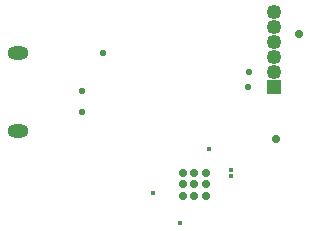
<source format=gbs>
G04*
G04 #@! TF.GenerationSoftware,Altium Limited,Altium Designer,19.0.14 (431)*
G04*
G04 Layer_Color=16711935*
%FSLAX43Y43*%
%MOMM*%
G71*
G01*
G75*
%ADD34C,1.253*%
%ADD35R,1.253X1.253*%
%ADD36O,1.803X1.103*%
%ADD37C,0.453*%
%ADD38C,0.553*%
%ADD50C,0.703*%
D34*
X23000Y18935D02*
D03*
Y17665D02*
D03*
Y16395D02*
D03*
Y13855D02*
D03*
Y15125D02*
D03*
D35*
Y12585D02*
D03*
D36*
X1325Y8875D02*
D03*
Y15475D02*
D03*
D37*
X19375Y5625D02*
D03*
X15000Y1125D02*
D03*
X12750Y3625D02*
D03*
X17500Y7375D02*
D03*
X19375Y5125D02*
D03*
D38*
X8500Y15475D02*
D03*
X6750Y12250D02*
D03*
X20835Y12585D02*
D03*
X20855Y13855D02*
D03*
X6750Y10500D02*
D03*
D50*
X25125Y17131D02*
D03*
X23125Y8250D02*
D03*
X15250Y3375D02*
D03*
Y4375D02*
D03*
Y5375D02*
D03*
X16250Y3375D02*
D03*
Y4375D02*
D03*
Y5375D02*
D03*
X17250Y3375D02*
D03*
Y4375D02*
D03*
Y5375D02*
D03*
M02*

</source>
